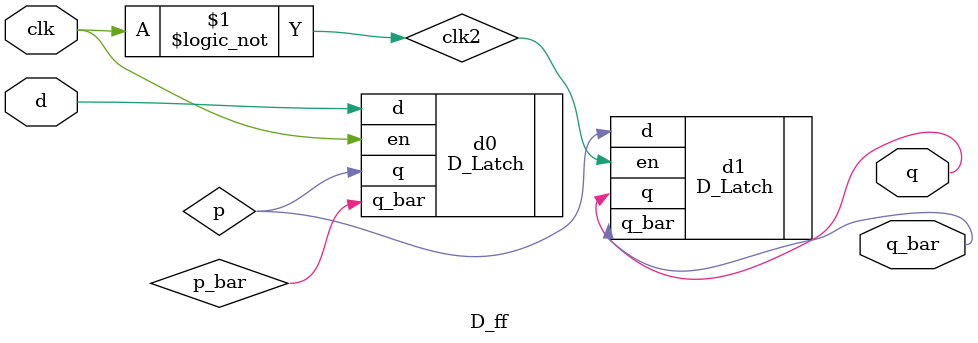
<source format=v>
module D_ff(d, clk, q, q_bar);

input d, clk;
output q, q_bar;
wire clk2, p, p_bar;
assign clk2 = !clk;

D_Latch d0(.d(d),.en(clk),.q(p),.q_bar(p_bar));
D_Latch d1(.d(p),.en(clk2),.q(q),.q_bar(q_bar));


endmodule

</source>
